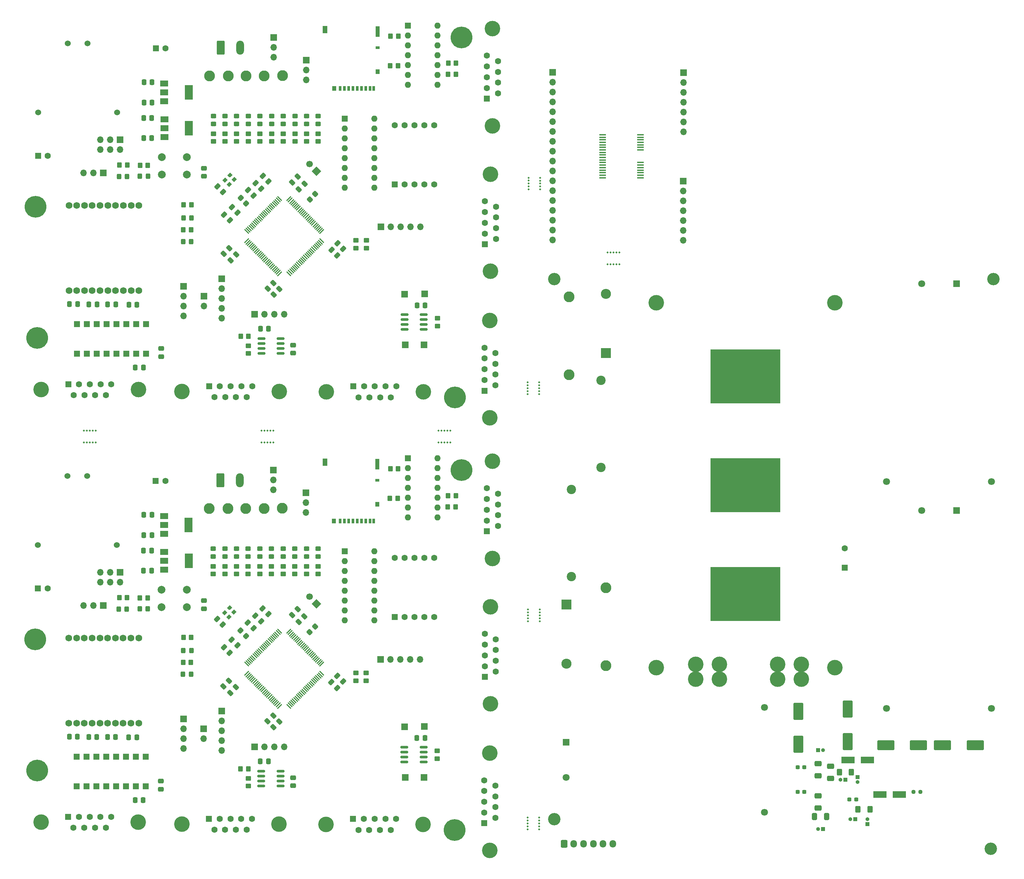
<source format=gbr>
%TF.GenerationSoftware,KiCad,Pcbnew,6.0.11-2627ca5db0~126~ubuntu20.04.1*%
%TF.CreationDate,2023-05-10T15:16:23+05:30*%
%TF.ProjectId,MVCU_COPY,4d564355-5f43-44f5-9059-2e6b69636164,rev?*%
%TF.SameCoordinates,Original*%
%TF.FileFunction,Soldermask,Top*%
%TF.FilePolarity,Negative*%
%FSLAX46Y46*%
G04 Gerber Fmt 4.6, Leading zero omitted, Abs format (unit mm)*
G04 Created by KiCad (PCBNEW 6.0.11-2627ca5db0~126~ubuntu20.04.1) date 2023-05-10 15:16:23*
%MOMM*%
%LPD*%
G01*
G04 APERTURE LIST*
G04 Aperture macros list*
%AMRoundRect*
0 Rectangle with rounded corners*
0 $1 Rounding radius*
0 $2 $3 $4 $5 $6 $7 $8 $9 X,Y pos of 4 corners*
0 Add a 4 corners polygon primitive as box body*
4,1,4,$2,$3,$4,$5,$6,$7,$8,$9,$2,$3,0*
0 Add four circle primitives for the rounded corners*
1,1,$1+$1,$2,$3*
1,1,$1+$1,$4,$5*
1,1,$1+$1,$6,$7*
1,1,$1+$1,$8,$9*
0 Add four rect primitives between the rounded corners*
20,1,$1+$1,$2,$3,$4,$5,0*
20,1,$1+$1,$4,$5,$6,$7,0*
20,1,$1+$1,$6,$7,$8,$9,0*
20,1,$1+$1,$8,$9,$2,$3,0*%
%AMHorizOval*
0 Thick line with rounded ends*
0 $1 width*
0 $2 $3 position (X,Y) of the first rounded end (center of the circle)*
0 $4 $5 position (X,Y) of the second rounded end (center of the circle)*
0 Add line between two ends*
20,1,$1,$2,$3,$4,$5,0*
0 Add two circle primitives to create the rounded ends*
1,1,$1,$2,$3*
1,1,$1,$4,$5*%
%AMRotRect*
0 Rectangle, with rotation*
0 The origin of the aperture is its center*
0 $1 length*
0 $2 width*
0 $3 Rotation angle, in degrees counterclockwise*
0 Add horizontal line*
21,1,$1,$2,0,0,$3*%
%AMOutline5P*
0 Free polygon, 5 corners , with rotation*
0 The origin of the aperture is its center*
0 number of corners: always 5*
0 $1 to $10 corner X, Y*
0 $11 Rotation angle, in degrees counterclockwise*
0 create outline with 5 corners*
4,1,5,$1,$2,$3,$4,$5,$6,$7,$8,$9,$10,$1,$2,$11*%
%AMOutline6P*
0 Free polygon, 6 corners , with rotation*
0 The origin of the aperture is its center*
0 number of corners: always 6*
0 $1 to $12 corner X, Y*
0 $13 Rotation angle, in degrees counterclockwise*
0 create outline with 6 corners*
4,1,6,$1,$2,$3,$4,$5,$6,$7,$8,$9,$10,$11,$12,$1,$2,$13*%
%AMOutline7P*
0 Free polygon, 7 corners , with rotation*
0 The origin of the aperture is its center*
0 number of corners: always 7*
0 $1 to $14 corner X, Y*
0 $15 Rotation angle, in degrees counterclockwise*
0 create outline with 7 corners*
4,1,7,$1,$2,$3,$4,$5,$6,$7,$8,$9,$10,$11,$12,$13,$14,$1,$2,$15*%
%AMOutline8P*
0 Free polygon, 8 corners , with rotation*
0 The origin of the aperture is its center*
0 number of corners: always 8*
0 $1 to $16 corner X, Y*
0 $17 Rotation angle, in degrees counterclockwise*
0 create outline with 8 corners*
4,1,8,$1,$2,$3,$4,$5,$6,$7,$8,$9,$10,$11,$12,$13,$14,$15,$16,$1,$2,$17*%
G04 Aperture macros list end*
%ADD10C,0.500000*%
%ADD11R,1.670000X0.450000*%
%ADD12O,1.700000X1.700000*%
%ADD13R,1.700000X1.700000*%
%ADD14R,1.000000X1.000000*%
%ADD15O,1.000000X1.000000*%
%ADD16R,1.600000X1.600000*%
%ADD17C,1.600000*%
%ADD18RoundRect,0.250000X-0.600000X-0.725000X0.600000X-0.725000X0.600000X0.725000X-0.600000X0.725000X0*%
%ADD19O,1.700000X1.950000*%
%ADD20RoundRect,0.250000X-0.412500X-0.650000X0.412500X-0.650000X0.412500X0.650000X-0.412500X0.650000X0*%
%ADD21C,3.200000*%
%ADD22RoundRect,0.250000X1.000000X-1.950000X1.000000X1.950000X-1.000000X1.950000X-1.000000X-1.950000X0*%
%ADD23RoundRect,0.250000X-0.400000X-0.625000X0.400000X-0.625000X0.400000X0.625000X-0.400000X0.625000X0*%
%ADD24RoundRect,0.237500X-0.300000X-0.237500X0.300000X-0.237500X0.300000X0.237500X-0.300000X0.237500X0*%
%ADD25RoundRect,0.250000X-1.950000X-1.000000X1.950000X-1.000000X1.950000X1.000000X-1.950000X1.000000X0*%
%ADD26R,1.800000X1.800000*%
%ADD27C,1.800000*%
%ADD28RoundRect,0.237500X-0.250000X-0.237500X0.250000X-0.237500X0.250000X0.237500X-0.250000X0.237500X0*%
%ADD29RoundRect,0.250000X0.650000X-0.412500X0.650000X0.412500X-0.650000X0.412500X-0.650000X-0.412500X0*%
%ADD30C,4.000000*%
%ADD31R,18.000000X14.000000*%
%ADD32C,2.400000*%
%ADD33R,3.500000X1.800000*%
%ADD34R,2.600000X2.600000*%
%ADD35O,2.600000X2.600000*%
%ADD36C,2.800000*%
%ADD37RoundRect,0.250000X-0.450000X0.325000X-0.450000X-0.325000X0.450000X-0.325000X0.450000X0.325000X0*%
%ADD38RoundRect,0.250000X-0.450000X0.350000X-0.450000X-0.350000X0.450000X-0.350000X0.450000X0.350000X0*%
%ADD39RoundRect,0.250000X0.325000X0.450000X-0.325000X0.450000X-0.325000X-0.450000X0.325000X-0.450000X0*%
%ADD40O,1.600000X1.600000*%
%ADD41RoundRect,0.250000X-0.070711X0.565685X-0.565685X0.070711X0.070711X-0.565685X0.565685X-0.070711X0*%
%ADD42RoundRect,0.250000X-0.337500X-0.475000X0.337500X-0.475000X0.337500X0.475000X-0.337500X0.475000X0*%
%ADD43RoundRect,0.250000X-0.350000X-0.450000X0.350000X-0.450000X0.350000X0.450000X-0.350000X0.450000X0*%
%ADD44RoundRect,0.250000X0.574524X0.097227X0.097227X0.574524X-0.574524X-0.097227X-0.097227X-0.574524X0*%
%ADD45RoundRect,0.250000X-0.325000X-0.450000X0.325000X-0.450000X0.325000X0.450000X-0.325000X0.450000X0*%
%ADD46C,5.600000*%
%ADD47RoundRect,0.250000X0.097227X-0.574524X0.574524X-0.097227X-0.097227X0.574524X-0.574524X0.097227X0*%
%ADD48RoundRect,0.250000X0.350000X0.450000X-0.350000X0.450000X-0.350000X-0.450000X0.350000X-0.450000X0*%
%ADD49RoundRect,0.250000X-0.097227X0.574524X-0.574524X0.097227X0.097227X-0.574524X0.574524X-0.097227X0*%
%ADD50R,2.000000X1.500000*%
%ADD51R,2.000000X3.800000*%
%ADD52C,1.727200*%
%ADD53RoundRect,0.250000X0.337500X0.475000X-0.337500X0.475000X-0.337500X-0.475000X0.337500X-0.475000X0*%
%ADD54RotRect,1.700000X1.700000X225.000000*%
%ADD55HorizOval,1.700000X0.000000X0.000000X0.000000X0.000000X0*%
%ADD56RoundRect,0.250000X0.475000X-0.337500X0.475000X0.337500X-0.475000X0.337500X-0.475000X-0.337500X0*%
%ADD57R,0.700000X1.200000*%
%ADD58R,1.000000X0.800000*%
%ADD59R,1.300000X1.900000*%
%ADD60R,1.000000X1.200000*%
%ADD61R,1.000000X2.800000*%
%ADD62RoundRect,0.250000X-0.574524X-0.097227X-0.097227X-0.574524X0.574524X0.097227X0.097227X0.574524X0*%
%ADD63RoundRect,0.250000X-0.750000X-1.550000X0.750000X-1.550000X0.750000X1.550000X-0.750000X1.550000X0*%
%ADD64O,2.000000X3.600000*%
%ADD65RoundRect,0.250000X0.565685X0.070711X0.070711X0.565685X-0.565685X-0.070711X-0.070711X-0.565685X0*%
%ADD66RoundRect,0.075000X-0.565685X0.459619X0.459619X-0.565685X0.565685X-0.459619X-0.459619X0.565685X0*%
%ADD67RoundRect,0.075000X-0.565685X-0.459619X-0.459619X-0.565685X0.565685X0.459619X0.459619X0.565685X0*%
%ADD68Outline5P,-0.500000X0.450000X0.230000X0.450000X0.500000X0.180000X0.500000X-0.450000X-0.500000X-0.450000X225.000000*%
%ADD69RotRect,1.000000X0.900000X225.000000*%
%ADD70RoundRect,0.250000X0.450000X-0.350000X0.450000X0.350000X-0.450000X0.350000X-0.450000X-0.350000X0*%
%ADD71RoundRect,0.150000X-0.825000X-0.150000X0.825000X-0.150000X0.825000X0.150000X-0.825000X0.150000X0*%
%ADD72C,1.524000*%
%ADD73RoundRect,0.150000X0.825000X0.150000X-0.825000X0.150000X-0.825000X-0.150000X0.825000X-0.150000X0*%
%ADD74C,2.000000*%
G04 APERTURE END LIST*
D10*
%TO.C,mouse-bite-3mm-slot*%
X187475000Y-34275000D03*
X188987000Y-31275000D03*
X186701000Y-31275000D03*
X188225000Y-31275000D03*
X188225000Y-34275000D03*
X188975000Y-34275000D03*
X187475000Y-31275000D03*
X189737000Y-31275000D03*
X186701000Y-34275000D03*
X189737000Y-34275000D03*
%TD*%
%TO.C,mouse-bite-3mm-slot*%
X169350000Y-14275000D03*
X166350000Y-12763000D03*
X166350000Y-15049000D03*
X166350000Y-13525000D03*
X169350000Y-13525000D03*
X169350000Y-12775000D03*
X166350000Y-14275000D03*
X166350000Y-12013000D03*
X169350000Y-15049000D03*
X169350000Y-12013000D03*
%TD*%
%TO.C,mouse-bite-3mm-slot*%
X169100000Y-66975000D03*
X166100000Y-65463000D03*
X166100000Y-67749000D03*
X166100000Y-66225000D03*
X169100000Y-66225000D03*
X169100000Y-65475000D03*
X166100000Y-66975000D03*
X166100000Y-64713000D03*
X169100000Y-67749000D03*
X169100000Y-64713000D03*
%TD*%
%TO.C,mouse-bite-3mm-slot*%
X169200000Y-125475000D03*
X166200000Y-123963000D03*
X166200000Y-126249000D03*
X166200000Y-124725000D03*
X169200000Y-124725000D03*
X169200000Y-123975000D03*
X166200000Y-125475000D03*
X166200000Y-123213000D03*
X169200000Y-126249000D03*
X169200000Y-123213000D03*
%TD*%
%TO.C,mouse-bite-3mm-slot*%
X169075000Y-179100000D03*
X166075000Y-177588000D03*
X166075000Y-179874000D03*
X166075000Y-178350000D03*
X169075000Y-178350000D03*
X169075000Y-177600000D03*
X166075000Y-179100000D03*
X166075000Y-176838000D03*
X169075000Y-179874000D03*
X169075000Y-176838000D03*
%TD*%
D11*
%TO.C,U1*%
X195167500Y-960000D03*
X195167500Y-1610000D03*
X195167500Y-2260000D03*
X195167500Y-2910000D03*
X195167500Y-3560000D03*
X195167500Y-4210000D03*
X195167500Y-4860000D03*
X195167500Y-8110000D03*
X195167500Y-8760000D03*
X195167500Y-9410000D03*
X195167500Y-10060000D03*
X195167500Y-10710000D03*
X195167500Y-11360000D03*
X195167500Y-12010000D03*
X185437500Y-12010000D03*
X185437500Y-11360000D03*
X185437500Y-10710000D03*
X185437500Y-10060000D03*
X185437500Y-9410000D03*
X185437500Y-8760000D03*
X185437500Y-8110000D03*
X185437500Y-7460000D03*
X185437500Y-6810000D03*
X185437500Y-6160000D03*
X185437500Y-5510000D03*
X185437500Y-4860000D03*
X185437500Y-4210000D03*
X185437500Y-3560000D03*
X185437500Y-2910000D03*
X185437500Y-2260000D03*
X185437500Y-1610000D03*
X185437500Y-960000D03*
%TD*%
D12*
%TO.C,J2*%
X206202500Y-155000D03*
X206202500Y2385000D03*
X206202500Y4925000D03*
X206202500Y7465000D03*
X206202500Y10005000D03*
X206202500Y12545000D03*
D13*
X206202500Y15085000D03*
%TD*%
D12*
%TO.C,J3*%
X206177500Y-28095000D03*
X206177500Y-25555000D03*
X206177500Y-23015000D03*
X206177500Y-20475000D03*
X206177500Y-17935000D03*
X206177500Y-15395000D03*
D13*
X206177500Y-12855000D03*
%TD*%
D12*
%TO.C,J1*%
X172547500Y-28090000D03*
X172547500Y-25550000D03*
X172547500Y-23010000D03*
X172547500Y-20470000D03*
X172547500Y-17930000D03*
X172547500Y-15390000D03*
X172547500Y-12850000D03*
X172547500Y-10310000D03*
X172547500Y-7770000D03*
X172547500Y-5230000D03*
X172547500Y-2690000D03*
X172547500Y-150000D03*
X172547500Y2390000D03*
X172547500Y4930000D03*
X172547500Y7470000D03*
X172547500Y10010000D03*
X172547500Y12550000D03*
D13*
X172547500Y15090000D03*
%TD*%
D14*
%TO.C,J5*%
X242165000Y-179740000D03*
D15*
X240895000Y-179740000D03*
%TD*%
D14*
%TO.C,J6*%
X253595000Y-178470000D03*
D15*
X253595000Y-177200000D03*
%TD*%
D14*
%TO.C,J4*%
X240895000Y-159420000D03*
D15*
X242165000Y-159420000D03*
%TD*%
D16*
%TO.C,C1*%
X247742651Y-112430000D03*
D17*
X247742651Y-107430000D03*
%TD*%
D14*
%TO.C,J3*%
X247880000Y-167040000D03*
D15*
X246610000Y-167040000D03*
%TD*%
D14*
%TO.C,J7*%
X251055000Y-166405000D03*
D15*
X251055000Y-167675000D03*
%TD*%
D14*
%TO.C,J1*%
X250420000Y-177200000D03*
D15*
X249150000Y-177200000D03*
%TD*%
D18*
%TO.C,J2*%
X175490000Y-183550000D03*
D19*
X177990000Y-183550000D03*
X180490000Y-183550000D03*
X182990000Y-183550000D03*
X185490000Y-183550000D03*
X187990000Y-183550000D03*
%TD*%
D20*
%TO.C,C3*%
X239967500Y-176565000D03*
X243092500Y-176565000D03*
%TD*%
D21*
%TO.C,H3*%
X172950000Y-177200000D03*
%TD*%
D22*
%TO.C,C6*%
X235815000Y-157905000D03*
X235815000Y-149505000D03*
%TD*%
D23*
%TO.C,R14*%
X246330000Y-165135000D03*
X249430000Y-165135000D03*
%TD*%
D24*
%TO.C,C5*%
X235587500Y-170215000D03*
X237312500Y-170215000D03*
%TD*%
D25*
%TO.C,C14*%
X272890000Y-158150000D03*
X281290000Y-158150000D03*
%TD*%
D24*
%TO.C,C4*%
X235587500Y-163865000D03*
X237312500Y-163865000D03*
%TD*%
%TO.C,C16*%
X248922500Y-172120000D03*
X250647500Y-172120000D03*
%TD*%
D21*
%TO.C,H2*%
X172950000Y-38135000D03*
%TD*%
D26*
%TO.C,PS2*%
X276510000Y-97725000D03*
D27*
X267510000Y-97725000D03*
X285510000Y-148725000D03*
X258510000Y-148725000D03*
%TD*%
D26*
%TO.C,PS1*%
X176025000Y-157460000D03*
D27*
X176025000Y-166460000D03*
X227025000Y-148460000D03*
X227025000Y-175460000D03*
%TD*%
D28*
%TO.C,R15*%
X265382500Y-170215000D03*
X267207500Y-170215000D03*
%TD*%
D29*
%TO.C,C12*%
X244070000Y-166697500D03*
X244070000Y-163572500D03*
%TD*%
%TO.C,C7*%
X240895000Y-166062500D03*
X240895000Y-162937500D03*
%TD*%
D22*
%TO.C,C2*%
X248515000Y-157270000D03*
X248515000Y-148870000D03*
%TD*%
D29*
%TO.C,C10*%
X240895000Y-174317500D03*
X240895000Y-171192500D03*
%TD*%
D30*
%TO.C,U3*%
X245160302Y-44200000D03*
X199160302Y-44200000D03*
X199160302Y-138200000D03*
X245160302Y-138200000D03*
D31*
X222160302Y-63200000D03*
X222160302Y-91200000D03*
X222160302Y-119200000D03*
D30*
X209333302Y-137353000D03*
X209333302Y-141163000D03*
X215429302Y-141163000D03*
X215429302Y-137353000D03*
X236511302Y-137353000D03*
X236511302Y-141163000D03*
X230415302Y-137353000D03*
X230415302Y-141163000D03*
%TD*%
D26*
%TO.C,PS3*%
X276510000Y-39305000D03*
D27*
X267510000Y-39305000D03*
X285510000Y-90305000D03*
X258510000Y-90305000D03*
%TD*%
D32*
%TO.C,C15*%
X185015000Y-64170000D03*
X185015000Y-86670000D03*
%TD*%
D25*
%TO.C,C11*%
X258285000Y-158150000D03*
X266685000Y-158150000D03*
%TD*%
D23*
%TO.C,R13*%
X251132500Y-174660000D03*
X254232500Y-174660000D03*
%TD*%
D33*
%TO.C,D4*%
X253555000Y-161960000D03*
X248555000Y-161960000D03*
%TD*%
%TO.C,D3*%
X256810000Y-170850000D03*
X261810000Y-170850000D03*
%TD*%
D32*
%TO.C,C13*%
X177395000Y-114790000D03*
X177395000Y-92290000D03*
%TD*%
D34*
%TO.C,D10*%
X186285000Y-57185000D03*
D35*
X186285000Y-41945000D03*
%TD*%
D34*
%TO.C,D9*%
X176125000Y-121955000D03*
D35*
X176125000Y-137195000D03*
%TD*%
D36*
%TO.C,R18*%
X176760000Y-62740000D03*
X176760000Y-42740000D03*
%TD*%
D21*
%TO.C,H1*%
X285980000Y-38135000D03*
%TD*%
D36*
%TO.C,R17*%
X186285000Y-117670000D03*
X186285000Y-137670000D03*
%TD*%
D21*
%TO.C,H4*%
X285345000Y-184820000D03*
%TD*%
D37*
%TO.C,D5*%
X100168000Y-107570000D03*
X100168000Y-109620000D03*
%TD*%
D38*
%TO.C,R17*%
X88168000Y-112095000D03*
X88168000Y-114095000D03*
%TD*%
D39*
%TO.C,D11*%
X68318000Y-123045000D03*
X66268000Y-123045000D03*
%TD*%
D16*
%TO.C,U1*%
X135264000Y-84289000D03*
D40*
X135264000Y-86829000D03*
X135264000Y-89369000D03*
X135264000Y-91909000D03*
X135264000Y-94449000D03*
X135264000Y-96989000D03*
X135264000Y-99529000D03*
X142884000Y-99529000D03*
X142884000Y-96989000D03*
X142884000Y-94449000D03*
X142884000Y-91909000D03*
X142884000Y-89369000D03*
X142884000Y-86829000D03*
X142884000Y-84289000D03*
%TD*%
D41*
%TO.C,R1*%
X111401107Y-127652893D03*
X109986893Y-129067107D03*
%TD*%
D16*
%TO.C,U14*%
X67854107Y-49757893D03*
X65314107Y-49757893D03*
X62774107Y-49757893D03*
X60234107Y-49757893D03*
X57694107Y-49757893D03*
X55154107Y-49757893D03*
X52614107Y-49757893D03*
X50074107Y-49757893D03*
X50074107Y-57377893D03*
X52614107Y-57377893D03*
X55154107Y-57377893D03*
X57694107Y-57377893D03*
X60234107Y-57377893D03*
X62774107Y-57377893D03*
X65314107Y-57377893D03*
X67854107Y-57377893D03*
%TD*%
D42*
%TO.C,C46*%
X63467500Y-44753000D03*
X65542500Y-44753000D03*
%TD*%
D30*
%TO.C,J33*%
X156384669Y-73831893D03*
X156384669Y-48831893D03*
D16*
X154964669Y-66871893D03*
D17*
X154964669Y-64101893D03*
X154964669Y-61331893D03*
X154964669Y-58561893D03*
X154964669Y-55791893D03*
X157804669Y-65486893D03*
X157804669Y-62716893D03*
X157804669Y-59946893D03*
X157804669Y-57176893D03*
%TD*%
D43*
%TO.C,R44*%
X66332000Y-8825000D03*
X68332000Y-8825000D03*
%TD*%
D44*
%TO.C,C13*%
X97494139Y-126253353D03*
X96026893Y-124786107D03*
%TD*%
D45*
%TO.C,D26*%
X60907000Y-11675000D03*
X62957000Y-11675000D03*
%TD*%
D36*
%TO.C,+Vin*%
X102947000Y-97118000D03*
%TD*%
D46*
%TO.C,H6*%
X39864107Y-53267893D03*
%TD*%
D43*
%TO.C,R5*%
X145564000Y-96814000D03*
X147564000Y-96814000D03*
%TD*%
D47*
%TO.C,C37*%
X99187160Y-40575000D03*
X100654406Y-39107754D03*
%TD*%
D48*
%TO.C,R29*%
X132703000Y16806000D03*
X130703000Y16806000D03*
%TD*%
D36*
%TO.C,-Vin*%
X98248000Y-97245000D03*
%TD*%
D16*
%TO.C,U19*%
X119037000Y3197500D03*
D40*
X119037000Y657500D03*
X119037000Y-1882500D03*
X119037000Y-4422500D03*
X119037000Y-6962500D03*
X119037000Y-9502500D03*
X119037000Y-12042500D03*
X119037000Y-14582500D03*
X126657000Y-14582500D03*
X126657000Y-12042500D03*
X126657000Y-9502500D03*
X126657000Y-6962500D03*
X126657000Y-4422500D03*
X126657000Y-1882500D03*
X126657000Y657500D03*
X126657000Y3197500D03*
%TD*%
D37*
%TO.C,D2*%
X109168000Y-107570000D03*
X109168000Y-109620000D03*
%TD*%
D42*
%TO.C,C49*%
X58006500Y-44675000D03*
X60081500Y-44675000D03*
%TD*%
D48*
%TO.C,R46*%
X63032000Y-8775000D03*
X61032000Y-8775000D03*
%TD*%
D30*
%TO.C,J6*%
X156499107Y-122551893D03*
X156499107Y-147551893D03*
D16*
X155079107Y-140591893D03*
D17*
X155079107Y-137821893D03*
X155079107Y-135051893D03*
X155079107Y-132281893D03*
X155079107Y-129511893D03*
X157919107Y-139206893D03*
X157919107Y-136436893D03*
X157919107Y-133666893D03*
X157919107Y-130896893D03*
%TD*%
D13*
%TO.C,J38*%
X61207000Y-2225000D03*
D12*
X61207000Y-4765000D03*
X58667000Y-2225000D03*
X58667000Y-4765000D03*
X56127000Y-2225000D03*
X56127000Y-4765000D03*
%TD*%
D38*
%TO.C,R12*%
X103168000Y-112095000D03*
X103168000Y-114095000D03*
%TD*%
D16*
%TO.C,C54*%
X70404349Y21325000D03*
D17*
X72904349Y21325000D03*
%TD*%
D13*
%TO.C,J35*%
X95857000Y-47175000D03*
D12*
X98397000Y-47175000D03*
X100937000Y-47175000D03*
X103477000Y-47175000D03*
%TD*%
D49*
%TO.C,C41*%
X91068623Y-31792377D03*
X89601377Y-33259623D03*
%TD*%
D43*
%TO.C,R19*%
X66293000Y-120245000D03*
X68293000Y-120245000D03*
%TD*%
D42*
%TO.C,C58*%
X48169500Y-44575000D03*
X50244500Y-44575000D03*
%TD*%
D48*
%TO.C,R48*%
X79549786Y-19000714D03*
X77549786Y-19000714D03*
%TD*%
D45*
%TO.C,D13*%
X77402000Y-139880500D03*
X79452000Y-139880500D03*
%TD*%
D49*
%TO.C,C6*%
X102139406Y-152051754D03*
X100672160Y-153519000D03*
%TD*%
D48*
%TO.C,R22*%
X79427000Y-136880500D03*
X77427000Y-136880500D03*
%TD*%
D50*
%TO.C,U15*%
X72607000Y3025000D03*
X72607000Y725000D03*
D51*
X78907000Y725000D03*
D50*
X72607000Y-1575000D03*
%TD*%
D13*
%TO.C,J31*%
X77557000Y-39975000D03*
D12*
X77557000Y-42515000D03*
X77557000Y-45055000D03*
X77557000Y-47595000D03*
%TD*%
D52*
%TO.C,U9*%
X47993660Y-152543200D03*
X49995180Y-152543200D03*
X51994160Y-152543200D03*
X53995680Y-152543200D03*
X55994660Y-152543200D03*
X57993640Y-152543200D03*
X59995160Y-152543200D03*
X61994140Y-152543200D03*
X63995660Y-152543200D03*
X65994640Y-152543200D03*
X65994640Y-130546800D03*
X63995660Y-130546800D03*
X61994140Y-130546800D03*
X59995160Y-130546800D03*
X57993640Y-130546800D03*
X55994660Y-130546800D03*
X53995680Y-130546800D03*
X51994160Y-130546800D03*
X49995180Y-130546800D03*
X47993660Y-130546800D03*
%TD*%
D37*
%TO.C,D22*%
X91207000Y3850000D03*
X91207000Y1800000D03*
%TD*%
D13*
%TO.C,J39*%
X56907000Y-10775000D03*
D12*
X54367000Y-10775000D03*
X51827000Y-10775000D03*
%TD*%
D38*
%TO.C,R11*%
X106168000Y-112095000D03*
X106168000Y-114095000D03*
%TD*%
D48*
%TO.C,R50*%
X94257000Y-52875000D03*
X92257000Y-52875000D03*
%TD*%
D13*
%TO.C,J41*%
X134609000Y-55040000D03*
%TD*%
D16*
%TO.C,U10*%
X131888000Y-125195000D03*
D17*
X134428000Y-125195000D03*
X136968000Y-125195000D03*
X139508000Y-125195000D03*
X142048000Y-125195000D03*
X142048000Y-109955000D03*
X139508000Y-109955000D03*
X136968000Y-109955000D03*
X134428000Y-109955000D03*
X131888000Y-109955000D03*
%TD*%
D53*
%TO.C,C26*%
X69405500Y-98845000D03*
X67330500Y-98845000D03*
%TD*%
D37*
%TO.C,D20*%
X97207000Y3850000D03*
X97207000Y1800000D03*
%TD*%
D38*
%TO.C,R18*%
X85168000Y-112095000D03*
X85168000Y-114095000D03*
%TD*%
D42*
%TO.C,C19*%
X57967500Y-156095000D03*
X60042500Y-156095000D03*
%TD*%
D53*
%TO.C,C23*%
X69405500Y-104045000D03*
X67330500Y-104045000D03*
%TD*%
D46*
%TO.C,H5*%
X147357000Y-68575000D03*
%TD*%
D42*
%TO.C,C25*%
X137594500Y-156294500D03*
X139669500Y-156294500D03*
%TD*%
D37*
%TO.C,D3*%
X106168000Y-107570000D03*
X106168000Y-109620000D03*
%TD*%
D53*
%TO.C,C48*%
X67201607Y-60867893D03*
X65126607Y-60867893D03*
%TD*%
D54*
%TO.C,J36*%
X111758562Y-10326562D03*
D55*
X109962511Y-8530511D03*
%TD*%
D30*
%TO.C,J26*%
X65904107Y-66607562D03*
X40904107Y-66607562D03*
D16*
X47864107Y-65187562D03*
D17*
X50634107Y-65187562D03*
X53404107Y-65187562D03*
X56174107Y-65187562D03*
X58944107Y-65187562D03*
X49249107Y-68027562D03*
X52019107Y-68027562D03*
X54789107Y-68027562D03*
X57559107Y-68027562D03*
%TD*%
D13*
%TO.C,J34*%
X128332000Y-24675000D03*
D12*
X130872000Y-24675000D03*
X133412000Y-24675000D03*
X135952000Y-24675000D03*
X138492000Y-24675000D03*
%TD*%
D48*
%TO.C,R27*%
X132803000Y24406000D03*
X130803000Y24406000D03*
%TD*%
D46*
%TO.C,H4*%
X149048000Y-87339000D03*
%TD*%
D44*
%TO.C,C10*%
X117054730Y-143436516D03*
X115587484Y-141969270D03*
%TD*%
D45*
%TO.C,D27*%
X77441000Y-28460500D03*
X79491000Y-28460500D03*
%TD*%
D46*
%TO.C,H2*%
X39825107Y-164687893D03*
%TD*%
D30*
%TO.C,J29*%
X77154107Y-67107562D03*
X102154107Y-67107562D03*
D16*
X84114107Y-65687562D03*
D17*
X86884107Y-65687562D03*
X89654107Y-65687562D03*
X92424107Y-65687562D03*
X95194107Y-65687562D03*
X85499107Y-68527562D03*
X88269107Y-68527562D03*
X91039107Y-68527562D03*
X93809107Y-68527562D03*
%TD*%
D37*
%TO.C,D23*%
X88207000Y3850000D03*
X88207000Y1800000D03*
%TD*%
D44*
%TO.C,C2*%
X99362623Y-124394623D03*
X97895377Y-122927377D03*
%TD*%
D37*
%TO.C,D21*%
X94207000Y3850000D03*
X94207000Y1800000D03*
%TD*%
D48*
%TO.C,R4*%
X132664000Y-94614000D03*
X130664000Y-94614000D03*
%TD*%
%TO.C,R2*%
X132764000Y-87014000D03*
X130764000Y-87014000D03*
%TD*%
D13*
%TO.C,J2*%
X87318000Y-149420000D03*
D12*
X87318000Y-151960000D03*
X87318000Y-154500000D03*
X87318000Y-157040000D03*
X87318000Y-159580000D03*
%TD*%
D30*
%TO.C,J7*%
X77115107Y-178527562D03*
X102115107Y-178527562D03*
D16*
X84075107Y-177107562D03*
D17*
X86845107Y-177107562D03*
X89615107Y-177107562D03*
X92385107Y-177107562D03*
X95155107Y-177107562D03*
X85460107Y-179947562D03*
X88230107Y-179947562D03*
X91000107Y-179947562D03*
X93770107Y-179947562D03*
%TD*%
D38*
%TO.C,R33*%
X124576000Y-28132000D03*
X124576000Y-30132000D03*
%TD*%
D37*
%TO.C,D6*%
X97168000Y-107570000D03*
X97168000Y-109620000D03*
%TD*%
D53*
%TO.C,C17*%
X69305500Y-113245000D03*
X67230500Y-113245000D03*
%TD*%
D50*
%TO.C,U6*%
X72518000Y-99145000D03*
X72518000Y-101445000D03*
D51*
X78818000Y-101445000D03*
D50*
X72518000Y-103745000D03*
%TD*%
D47*
%TO.C,C34*%
X107205377Y-15006623D03*
X108672623Y-13539377D03*
%TD*%
D39*
%TO.C,D25*%
X68357000Y-11625000D03*
X66307000Y-11625000D03*
%TD*%
D36*
%TO.C,3V1*%
X89016000Y14175000D03*
%TD*%
D38*
%TO.C,R7*%
X121870000Y-139552000D03*
X121870000Y-141552000D03*
%TD*%
%TO.C,R13*%
X100168000Y-112095000D03*
X100168000Y-114095000D03*
%TD*%
D10*
%TO.C,mouse-bite-3mm-slot*%
X97619000Y-80195000D03*
X97619000Y-77195000D03*
X99893000Y-80195000D03*
X100655000Y-77195000D03*
X99905000Y-77195000D03*
X98393000Y-77195000D03*
X99143000Y-80195000D03*
X100655000Y-80195000D03*
X99143000Y-77195000D03*
X98393000Y-80195000D03*
%TD*%
D37*
%TO.C,D15*%
X112207000Y3850000D03*
X112207000Y1800000D03*
%TD*%
D56*
%TO.C,C59*%
X105757000Y-57212500D03*
X105757000Y-55137500D03*
%TD*%
D30*
%TO.C,J11*%
X157018776Y-85051893D03*
X157018776Y-110051893D03*
D16*
X155598776Y-103091893D03*
D17*
X155598776Y-100321893D03*
X155598776Y-97551893D03*
X155598776Y-94781893D03*
X155598776Y-92011893D03*
X158438776Y-101706893D03*
X158438776Y-98936893D03*
X158438776Y-96166893D03*
X158438776Y-93396893D03*
%TD*%
D48*
%TO.C,R47*%
X79466000Y-25460500D03*
X77466000Y-25460500D03*
%TD*%
D49*
%TO.C,C44*%
X89290623Y-30141377D03*
X87823377Y-31608623D03*
%TD*%
D13*
%TO.C,J20*%
X134570000Y-166460000D03*
%TD*%
%TO.C,J13*%
X128293000Y-136095000D03*
D12*
X130833000Y-136095000D03*
X133373000Y-136095000D03*
X135913000Y-136095000D03*
X138453000Y-136095000D03*
%TD*%
D44*
%TO.C,C43*%
X97533139Y-14833353D03*
X96065893Y-13366107D03*
%TD*%
D16*
%TO.C,U3*%
X67815107Y-161177893D03*
X65275107Y-161177893D03*
X62735107Y-161177893D03*
X60195107Y-161177893D03*
X57655107Y-161177893D03*
X55115107Y-161177893D03*
X52575107Y-161177893D03*
X50035107Y-161177893D03*
X50035107Y-168797893D03*
X52575107Y-168797893D03*
X55115107Y-168797893D03*
X57655107Y-168797893D03*
X60195107Y-168797893D03*
X62735107Y-168797893D03*
X65275107Y-168797893D03*
X67815107Y-168797893D03*
%TD*%
D13*
%TO.C,J16*%
X100661000Y-87354000D03*
D12*
X100661000Y-89894000D03*
X100661000Y-92434000D03*
%TD*%
D53*
%TO.C,C56*%
X69444500Y12575000D03*
X67369500Y12575000D03*
%TD*%
D13*
%TO.C,J10*%
X77518000Y-151395000D03*
D12*
X77518000Y-153935000D03*
X77518000Y-156475000D03*
X77518000Y-159015000D03*
%TD*%
D37*
%TO.C,D18*%
X103207000Y3850000D03*
X103207000Y1800000D03*
%TD*%
D57*
%TO.C,J3*%
X117819000Y-100404000D03*
X118919000Y-100404000D03*
X120019000Y-100404000D03*
X121119000Y-100404000D03*
X122219000Y-100404000D03*
X123319000Y-100404000D03*
X124419000Y-100404000D03*
X125519000Y-100404000D03*
X126469000Y-100404000D03*
D58*
X127419000Y-89904000D03*
D59*
X113919000Y-85304000D03*
D60*
X116269000Y-100404000D03*
X127419000Y-96104000D03*
D61*
X127419000Y-85754000D03*
%TD*%
D47*
%TO.C,C7*%
X99148160Y-151995000D03*
X100615406Y-150527754D03*
%TD*%
D53*
%TO.C,C53*%
X69444500Y7375000D03*
X67369500Y7375000D03*
%TD*%
D30*
%TO.C,J12*%
X156345669Y-185251893D03*
X156345669Y-160251893D03*
D16*
X154925669Y-178291893D03*
D17*
X154925669Y-175521893D03*
X154925669Y-172751893D03*
X154925669Y-169981893D03*
X154925669Y-167211893D03*
X157765669Y-176906893D03*
X157765669Y-174136893D03*
X157765669Y-171366893D03*
X157765669Y-168596893D03*
%TD*%
D53*
%TO.C,C18*%
X67162607Y-172287893D03*
X65087607Y-172287893D03*
%TD*%
D41*
%TO.C,R26*%
X111440107Y-16232893D03*
X110025893Y-17647107D03*
%TD*%
D42*
%TO.C,C22*%
X53141500Y-156046000D03*
X55216500Y-156046000D03*
%TD*%
D13*
%TO.C,J21*%
X139550000Y-153350000D03*
%TD*%
D38*
%TO.C,R16*%
X91168000Y-112095000D03*
X91168000Y-114095000D03*
%TD*%
D37*
%TO.C,D9*%
X88168000Y-107570000D03*
X88168000Y-109620000D03*
%TD*%
D50*
%TO.C,U17*%
X72557000Y12275000D03*
X72557000Y9975000D03*
D51*
X78857000Y9975000D03*
D50*
X72557000Y7675000D03*
%TD*%
D42*
%TO.C,C16*%
X63428500Y-156173000D03*
X65503500Y-156173000D03*
%TD*%
D16*
%TO.C,U8*%
X118998000Y-108222500D03*
D40*
X118998000Y-110762500D03*
X118998000Y-113302500D03*
X118998000Y-115842500D03*
X118998000Y-118382500D03*
X118998000Y-120922500D03*
X118998000Y-123462500D03*
X118998000Y-126002500D03*
X126618000Y-126002500D03*
X126618000Y-123462500D03*
X126618000Y-120922500D03*
X126618000Y-118382500D03*
X126618000Y-115842500D03*
X126618000Y-113302500D03*
X126618000Y-110762500D03*
X126618000Y-108222500D03*
%TD*%
D46*
%TO.C,H3*%
X39368000Y-130895000D03*
%TD*%
D36*
%TO.C,+5V*%
X84151000Y-97245000D03*
%TD*%
D13*
%TO.C,J42*%
X139589000Y-41930000D03*
%TD*%
D62*
%TO.C,C35*%
X117150484Y-28898270D03*
X118617730Y-30365516D03*
%TD*%
D56*
%TO.C,C3*%
X82754000Y-123047500D03*
X82754000Y-120972500D03*
%TD*%
D50*
%TO.C,U4*%
X72568000Y-108395000D03*
X72568000Y-110695000D03*
D51*
X78868000Y-110695000D03*
D50*
X72568000Y-112995000D03*
%TD*%
D37*
%TO.C,D4*%
X103168000Y-107570000D03*
X103168000Y-109620000D03*
%TD*%
D42*
%TO.C,C52*%
X53180500Y-44626000D03*
X55255500Y-44626000D03*
%TD*%
D63*
%TO.C,J5*%
X87045107Y-89966500D03*
D64*
X92045107Y-89966500D03*
%TD*%
D30*
%TO.C,J32*%
X157057776Y1368107D03*
X157057776Y26368107D03*
D16*
X155637776Y8328107D03*
D17*
X155637776Y11098107D03*
X155637776Y13868107D03*
X155637776Y16638107D03*
X155637776Y19408107D03*
X158477776Y9713107D03*
X158477776Y12483107D03*
X158477776Y15253107D03*
X158477776Y18023107D03*
%TD*%
D63*
%TO.C,J27*%
X87084107Y21453500D03*
D64*
X92084107Y21453500D03*
%TD*%
D44*
%TO.C,C45*%
X89433516Y-22989730D03*
X87966270Y-21522484D03*
%TD*%
D65*
%TO.C,R28*%
X93660107Y-18663107D03*
X92245893Y-17248893D03*
%TD*%
D66*
%TO.C,U13*%
X102279703Y-17398208D03*
X101926150Y-17751761D03*
X101572596Y-18105315D03*
X101219043Y-18458868D03*
X100865490Y-18812421D03*
X100511936Y-19165975D03*
X100158383Y-19519528D03*
X99804829Y-19873082D03*
X99451276Y-20226635D03*
X99097723Y-20580188D03*
X98744169Y-20933742D03*
X98390616Y-21287295D03*
X98037062Y-21640848D03*
X97683509Y-21994402D03*
X97329956Y-22347955D03*
X96976402Y-22701509D03*
X96622849Y-23055062D03*
X96269296Y-23408615D03*
X95915742Y-23762169D03*
X95562189Y-24115722D03*
X95208635Y-24469276D03*
X94855082Y-24822829D03*
X94501529Y-25176382D03*
X94147975Y-25529936D03*
X93794422Y-25883489D03*
D67*
X93794422Y-28252297D03*
X94147975Y-28605850D03*
X94501529Y-28959404D03*
X94855082Y-29312957D03*
X95208635Y-29666510D03*
X95562189Y-30020064D03*
X95915742Y-30373617D03*
X96269296Y-30727171D03*
X96622849Y-31080724D03*
X96976402Y-31434277D03*
X97329956Y-31787831D03*
X97683509Y-32141384D03*
X98037062Y-32494938D03*
X98390616Y-32848491D03*
X98744169Y-33202044D03*
X99097723Y-33555598D03*
X99451276Y-33909151D03*
X99804829Y-34262704D03*
X100158383Y-34616258D03*
X100511936Y-34969811D03*
X100865490Y-35323365D03*
X101219043Y-35676918D03*
X101572596Y-36030471D03*
X101926150Y-36384025D03*
X102279703Y-36737578D03*
D66*
X104648511Y-36737578D03*
X105002064Y-36384025D03*
X105355618Y-36030471D03*
X105709171Y-35676918D03*
X106062724Y-35323365D03*
X106416278Y-34969811D03*
X106769831Y-34616258D03*
X107123385Y-34262704D03*
X107476938Y-33909151D03*
X107830491Y-33555598D03*
X108184045Y-33202044D03*
X108537598Y-32848491D03*
X108891152Y-32494938D03*
X109244705Y-32141384D03*
X109598258Y-31787831D03*
X109951812Y-31434277D03*
X110305365Y-31080724D03*
X110658918Y-30727171D03*
X111012472Y-30373617D03*
X111366025Y-30020064D03*
X111719579Y-29666510D03*
X112073132Y-29312957D03*
X112426685Y-28959404D03*
X112780239Y-28605850D03*
X113133792Y-28252297D03*
D67*
X113133792Y-25883489D03*
X112780239Y-25529936D03*
X112426685Y-25176382D03*
X112073132Y-24822829D03*
X111719579Y-24469276D03*
X111366025Y-24115722D03*
X111012472Y-23762169D03*
X110658918Y-23408615D03*
X110305365Y-23055062D03*
X109951812Y-22701509D03*
X109598258Y-22347955D03*
X109244705Y-21994402D03*
X108891152Y-21640848D03*
X108537598Y-21287295D03*
X108184045Y-20933742D03*
X107830491Y-20580188D03*
X107476938Y-20226635D03*
X107123385Y-19873082D03*
X106769831Y-19519528D03*
X106416278Y-19165975D03*
X106062724Y-18812421D03*
X105709171Y-18458868D03*
X105355618Y-18105315D03*
X105002064Y-17751761D03*
X104648511Y-17398208D03*
%TD*%
D62*
%TO.C,C8*%
X86184377Y-125661377D03*
X87651623Y-127128623D03*
%TD*%
D44*
%TO.C,C1*%
X95552623Y-128077623D03*
X94085377Y-126610377D03*
%TD*%
D49*
%TO.C,C14*%
X89251623Y-141561377D03*
X87784377Y-143028623D03*
%TD*%
D68*
%TO.C,Y2*%
X89445388Y-11355996D03*
D69*
X88172596Y-12628788D03*
X89268612Y-13724803D03*
X90541404Y-12444940D03*
%TD*%
D13*
%TO.C,J17*%
X61168000Y-113645000D03*
D12*
X61168000Y-116185000D03*
X58628000Y-113645000D03*
X58628000Y-116185000D03*
X56088000Y-113645000D03*
X56088000Y-116185000D03*
%TD*%
D70*
%TO.C,R49*%
X94257000Y-57275000D03*
X94257000Y-55275000D03*
%TD*%
D38*
%TO.C,R20*%
X142825000Y-159618000D03*
X142825000Y-161618000D03*
%TD*%
D56*
%TO.C,C21*%
X71705000Y-169508000D03*
X71705000Y-167433000D03*
%TD*%
D49*
%TO.C,C11*%
X91029623Y-143212377D03*
X89562377Y-144679623D03*
%TD*%
D13*
%TO.C,J22*%
X139396000Y-166460000D03*
%TD*%
D43*
%TO.C,R31*%
X145653000Y17506000D03*
X147653000Y17506000D03*
%TD*%
D37*
%TO.C,D1*%
X112168000Y-107570000D03*
X112168000Y-109620000D03*
%TD*%
D16*
%TO.C,U21*%
X131927000Y-13775000D03*
D17*
X134467000Y-13775000D03*
X137007000Y-13775000D03*
X139547000Y-13775000D03*
X142087000Y-13775000D03*
X142087000Y1465000D03*
X139547000Y1465000D03*
X137007000Y1465000D03*
X134467000Y1465000D03*
X131927000Y1465000D03*
%TD*%
D44*
%TO.C,C40*%
X117093730Y-32016516D03*
X115626484Y-30549270D03*
%TD*%
D42*
%TO.C,C28*%
X48130500Y-155995000D03*
X50205500Y-155995000D03*
%TD*%
D38*
%TO.C,R38*%
X100207000Y-675000D03*
X100207000Y-2675000D03*
%TD*%
D62*
%TO.C,C5*%
X117111484Y-140318270D03*
X118578730Y-141785516D03*
%TD*%
%TO.C,C38*%
X86223377Y-14241377D03*
X87690623Y-15708623D03*
%TD*%
D30*
%TO.C,J4*%
X40865107Y-178027562D03*
X65865107Y-178027562D03*
D16*
X47825107Y-176607562D03*
D17*
X50595107Y-176607562D03*
X53365107Y-176607562D03*
X56135107Y-176607562D03*
X58905107Y-176607562D03*
X49210107Y-179447562D03*
X51980107Y-179447562D03*
X54750107Y-179447562D03*
X57520107Y-179447562D03*
%TD*%
D13*
%TO.C,J14*%
X95818000Y-158595000D03*
D12*
X98358000Y-158595000D03*
X100898000Y-158595000D03*
X103438000Y-158595000D03*
%TD*%
D48*
%TO.C,R25*%
X94218000Y-164295000D03*
X92218000Y-164295000D03*
%TD*%
D44*
%TO.C,C39*%
X91437139Y-21056353D03*
X89969893Y-19589107D03*
%TD*%
D45*
%TO.C,D12*%
X60868000Y-123095000D03*
X62918000Y-123095000D03*
%TD*%
D38*
%TO.C,R40*%
X94207000Y-675000D03*
X94207000Y-2675000D03*
%TD*%
D46*
%TO.C,H1*%
X147318000Y-179995000D03*
%TD*%
D13*
%TO.C,J18*%
X56868000Y-122195000D03*
D12*
X54328000Y-122195000D03*
X51788000Y-122195000D03*
%TD*%
D10*
%TO.C,mouse-bite-3mm-slot*%
X143169000Y-80195000D03*
X143169000Y-77195000D03*
X145443000Y-80195000D03*
X146205000Y-77195000D03*
X145455000Y-77195000D03*
X143943000Y-77195000D03*
X144693000Y-80195000D03*
X146205000Y-80195000D03*
X144693000Y-77195000D03*
X143943000Y-80195000D03*
%TD*%
D36*
%TO.C,GND1*%
X93588000Y14175000D03*
%TD*%
%TO.C,3V3*%
X88977000Y-97245000D03*
%TD*%
D52*
%TO.C,U20*%
X48032660Y-41123200D03*
X50034180Y-41123200D03*
X52033160Y-41123200D03*
X54034680Y-41123200D03*
X56033660Y-41123200D03*
X58032640Y-41123200D03*
X60034160Y-41123200D03*
X62033140Y-41123200D03*
X64034660Y-41123200D03*
X66033640Y-41123200D03*
X66033640Y-19126800D03*
X64034660Y-19126800D03*
X62033140Y-19126800D03*
X60034160Y-19126800D03*
X58032640Y-19126800D03*
X56033660Y-19126800D03*
X54034680Y-19126800D03*
X52033160Y-19126800D03*
X50034180Y-19126800D03*
X48032660Y-19126800D03*
%TD*%
D46*
%TO.C,H7*%
X39407000Y-19475000D03*
%TD*%
D10*
%TO.C,mouse-bite-3mm-slot*%
X51869000Y-80195000D03*
X51869000Y-77195000D03*
X54143000Y-80195000D03*
X54905000Y-77195000D03*
X54155000Y-77195000D03*
X52643000Y-77195000D03*
X53393000Y-80195000D03*
X54905000Y-80195000D03*
X53393000Y-77195000D03*
X52643000Y-80195000D03*
%TD*%
D71*
%TO.C,U16*%
X134420000Y-47293000D03*
X134420000Y-48563000D03*
X134420000Y-49833000D03*
X134420000Y-51103000D03*
X139370000Y-51103000D03*
X139370000Y-49833000D03*
X139370000Y-48563000D03*
X139370000Y-47293000D03*
%TD*%
D53*
%TO.C,C20*%
X69305500Y-108095000D03*
X67230500Y-108095000D03*
%TD*%
D37*
%TO.C,D16*%
X109207000Y3850000D03*
X109207000Y1800000D03*
%TD*%
D65*
%TO.C,R3*%
X93621107Y-130083107D03*
X92206893Y-128668893D03*
%TD*%
D16*
%TO.C,U12*%
X135303000Y27131000D03*
D40*
X135303000Y24591000D03*
X135303000Y22051000D03*
X135303000Y19511000D03*
X135303000Y16971000D03*
X135303000Y14431000D03*
X135303000Y11891000D03*
X142923000Y11891000D03*
X142923000Y14431000D03*
X142923000Y16971000D03*
X142923000Y19511000D03*
X142923000Y22051000D03*
X142923000Y24591000D03*
X142923000Y27131000D03*
%TD*%
D72*
%TO.C,U18*%
X52804107Y22611107D03*
X47724107Y22611107D03*
X40104107Y4831107D03*
X60424107Y4831107D03*
%TD*%
D38*
%TO.C,R9*%
X112168000Y-112095000D03*
X112168000Y-114095000D03*
%TD*%
D42*
%TO.C,C55*%
X137633500Y-44874500D03*
X139708500Y-44874500D03*
%TD*%
D38*
%TO.C,R14*%
X97168000Y-112095000D03*
X97168000Y-114095000D03*
%TD*%
%TO.C,R37*%
X103207000Y-675000D03*
X103207000Y-2675000D03*
%TD*%
D44*
%TO.C,C31*%
X95591623Y-16657623D03*
X94124377Y-15190377D03*
%TD*%
D30*
%TO.C,J8*%
X139215107Y-178577562D03*
X114215107Y-178577562D03*
D16*
X121175107Y-177157562D03*
D17*
X123945107Y-177157562D03*
X126715107Y-177157562D03*
X129485107Y-177157562D03*
X132255107Y-177157562D03*
X122560107Y-179997562D03*
X125330107Y-179997562D03*
X128100107Y-179997562D03*
X130870107Y-179997562D03*
%TD*%
D37*
%TO.C,D10*%
X85168000Y-107570000D03*
X85168000Y-109620000D03*
%TD*%
D38*
%TO.C,R8*%
X124537000Y-139552000D03*
X124537000Y-141552000D03*
%TD*%
D36*
%TO.C,+5V1*%
X84190000Y14175000D03*
%TD*%
D68*
%TO.C,Y1*%
X89406388Y-122775996D03*
D69*
X88133596Y-124048788D03*
X89229612Y-125144803D03*
X90502404Y-123864940D03*
%TD*%
D37*
%TO.C,D17*%
X106207000Y3850000D03*
X106207000Y1800000D03*
%TD*%
D53*
%TO.C,C60*%
X99394500Y-50875000D03*
X97319500Y-50875000D03*
%TD*%
D38*
%TO.C,R41*%
X91207000Y-675000D03*
X91207000Y-2675000D03*
%TD*%
D45*
%TO.C,D14*%
X77485786Y-133820714D03*
X79535786Y-133820714D03*
%TD*%
D47*
%TO.C,C42*%
X105473754Y-13200246D03*
X106941000Y-11733000D03*
%TD*%
D36*
%TO.C,-Vin1*%
X98287000Y14175000D03*
%TD*%
D66*
%TO.C,U2*%
X102240703Y-128818208D03*
X101887150Y-129171761D03*
X101533596Y-129525315D03*
X101180043Y-129878868D03*
X100826490Y-130232421D03*
X100472936Y-130585975D03*
X100119383Y-130939528D03*
X99765829Y-131293082D03*
X99412276Y-131646635D03*
X99058723Y-132000188D03*
X98705169Y-132353742D03*
X98351616Y-132707295D03*
X97998062Y-133060848D03*
X97644509Y-133414402D03*
X97290956Y-133767955D03*
X96937402Y-134121509D03*
X96583849Y-134475062D03*
X96230296Y-134828615D03*
X95876742Y-135182169D03*
X95523189Y-135535722D03*
X95169635Y-135889276D03*
X94816082Y-136242829D03*
X94462529Y-136596382D03*
X94108975Y-136949936D03*
X93755422Y-137303489D03*
D67*
X93755422Y-139672297D03*
X94108975Y-140025850D03*
X94462529Y-140379404D03*
X94816082Y-140732957D03*
X95169635Y-141086510D03*
X95523189Y-141440064D03*
X95876742Y-141793617D03*
X96230296Y-142147171D03*
X96583849Y-142500724D03*
X96937402Y-142854277D03*
X97290956Y-143207831D03*
X97644509Y-143561384D03*
X97998062Y-143914938D03*
X98351616Y-144268491D03*
X98705169Y-144622044D03*
X99058723Y-144975598D03*
X99412276Y-145329151D03*
X99765829Y-145682704D03*
X100119383Y-146036258D03*
X100472936Y-146389811D03*
X100826490Y-146743365D03*
X101180043Y-147096918D03*
X101533596Y-147450471D03*
X101887150Y-147804025D03*
X102240703Y-148157578D03*
D66*
X104609511Y-148157578D03*
X104963064Y-147804025D03*
X105316618Y-147450471D03*
X105670171Y-147096918D03*
X106023724Y-146743365D03*
X106377278Y-146389811D03*
X106730831Y-146036258D03*
X107084385Y-145682704D03*
X107437938Y-145329151D03*
X107791491Y-144975598D03*
X108145045Y-144622044D03*
X108498598Y-144268491D03*
X108852152Y-143914938D03*
X109205705Y-143561384D03*
X109559258Y-143207831D03*
X109912812Y-142854277D03*
X110266365Y-142500724D03*
X110619918Y-142147171D03*
X110973472Y-141793617D03*
X111327025Y-141440064D03*
X111680579Y-141086510D03*
X112034132Y-140732957D03*
X112387685Y-140379404D03*
X112741239Y-140025850D03*
X113094792Y-139672297D03*
D67*
X113094792Y-137303489D03*
X112741239Y-136949936D03*
X112387685Y-136596382D03*
X112034132Y-136242829D03*
X111680579Y-135889276D03*
X111327025Y-135535722D03*
X110973472Y-135182169D03*
X110619918Y-134828615D03*
X110266365Y-134475062D03*
X109912812Y-134121509D03*
X109559258Y-133767955D03*
X109205705Y-133414402D03*
X108852152Y-133060848D03*
X108498598Y-132707295D03*
X108145045Y-132353742D03*
X107791491Y-132000188D03*
X107437938Y-131646635D03*
X107084385Y-131293082D03*
X106730831Y-130939528D03*
X106377278Y-130585975D03*
X106023724Y-130232421D03*
X105670171Y-129878868D03*
X105316618Y-129525315D03*
X104963064Y-129171761D03*
X104609511Y-128818208D03*
%TD*%
D13*
%TO.C,J40*%
X134439000Y-42005000D03*
%TD*%
D44*
%TO.C,C15*%
X89394516Y-134409730D03*
X87927270Y-132942484D03*
%TD*%
D38*
%TO.C,R42*%
X88207000Y-675000D03*
X88207000Y-2675000D03*
%TD*%
D53*
%TO.C,C50*%
X69344500Y3325000D03*
X67269500Y3325000D03*
%TD*%
D73*
%TO.C,U22*%
X102532000Y-57280000D03*
X102532000Y-56010000D03*
X102532000Y-54740000D03*
X102532000Y-53470000D03*
X97582000Y-53470000D03*
X97582000Y-54740000D03*
X97582000Y-56010000D03*
X97582000Y-57280000D03*
%TD*%
D13*
%TO.C,J9*%
X109082000Y18250000D03*
D12*
X109082000Y15710000D03*
X109082000Y13170000D03*
%TD*%
D38*
%TO.C,R39*%
X97207000Y-675000D03*
X97207000Y-2675000D03*
%TD*%
D74*
%TO.C,SW1*%
X78375107Y-118137893D03*
X71875107Y-118137893D03*
X78375107Y-122637893D03*
X71875107Y-122637893D03*
%TD*%
D37*
%TO.C,D19*%
X100207000Y3850000D03*
X100207000Y1800000D03*
%TD*%
D38*
%TO.C,R15*%
X94168000Y-112095000D03*
X94168000Y-114095000D03*
%TD*%
D13*
%TO.C,J19*%
X134400000Y-153425000D03*
%TD*%
D43*
%TO.C,R30*%
X145603000Y14606000D03*
X147603000Y14606000D03*
%TD*%
D16*
%TO.C,C27*%
X40065349Y-117795000D03*
D17*
X42565349Y-117795000D03*
%TD*%
D48*
%TO.C,R21*%
X62993000Y-120195000D03*
X60993000Y-120195000D03*
%TD*%
D54*
%TO.C,J15*%
X111719562Y-121746562D03*
D55*
X109923511Y-119950511D03*
%TD*%
D44*
%TO.C,C9*%
X91398139Y-132476353D03*
X89930893Y-131009107D03*
%TD*%
D16*
%TO.C,C57*%
X40104349Y-6375000D03*
D17*
X42604349Y-6375000D03*
%TD*%
D38*
%TO.C,R10*%
X109168000Y-112095000D03*
X109168000Y-114095000D03*
%TD*%
D72*
%TO.C,U7*%
X52765107Y-88808893D03*
X47685107Y-88808893D03*
X40065107Y-106588893D03*
X60385107Y-106588893D03*
%TD*%
D71*
%TO.C,U5*%
X134381000Y-158713000D03*
X134381000Y-159983000D03*
X134381000Y-161253000D03*
X134381000Y-162523000D03*
X139331000Y-162523000D03*
X139331000Y-161253000D03*
X139331000Y-159983000D03*
X139331000Y-158713000D03*
%TD*%
D38*
%TO.C,R34*%
X112207000Y-675000D03*
X112207000Y-2675000D03*
%TD*%
D73*
%TO.C,U11*%
X102493000Y-168700000D03*
X102493000Y-167430000D03*
X102493000Y-166160000D03*
X102493000Y-164890000D03*
X97543000Y-164890000D03*
X97543000Y-166160000D03*
X97543000Y-167430000D03*
X97543000Y-168700000D03*
%TD*%
D49*
%TO.C,C36*%
X102178406Y-40631754D03*
X100711160Y-42099000D03*
%TD*%
D37*
%TO.C,D24*%
X85207000Y3850000D03*
X85207000Y1800000D03*
%TD*%
D47*
%TO.C,C12*%
X105434754Y-124620246D03*
X106902000Y-123153000D03*
%TD*%
D38*
%TO.C,R43*%
X85207000Y-675000D03*
X85207000Y-2675000D03*
%TD*%
D43*
%TO.C,R6*%
X145614000Y-93914000D03*
X147614000Y-93914000D03*
%TD*%
D13*
%TO.C,J44*%
X82757000Y-42540000D03*
D12*
X82757000Y-45080000D03*
%TD*%
D53*
%TO.C,C30*%
X99355500Y-162295000D03*
X97280500Y-162295000D03*
%TD*%
D36*
%TO.C,GND*%
X93549000Y-97245000D03*
%TD*%
D13*
%TO.C,J1*%
X109043000Y-93170000D03*
D12*
X109043000Y-95710000D03*
X109043000Y-98250000D03*
%TD*%
D30*
%TO.C,J30*%
X139254107Y-67157562D03*
X114254107Y-67157562D03*
D16*
X121214107Y-65737562D03*
D17*
X123984107Y-65737562D03*
X126754107Y-65737562D03*
X129524107Y-65737562D03*
X132294107Y-65737562D03*
X122599107Y-68577562D03*
X125369107Y-68577562D03*
X128139107Y-68577562D03*
X130909107Y-68577562D03*
%TD*%
D30*
%TO.C,J28*%
X156538107Y-11131893D03*
X156538107Y-36131893D03*
D16*
X155118107Y-29171893D03*
D17*
X155118107Y-26401893D03*
X155118107Y-23631893D03*
X155118107Y-20861893D03*
X155118107Y-18091893D03*
X157958107Y-27786893D03*
X157958107Y-25016893D03*
X157958107Y-22246893D03*
X157958107Y-19476893D03*
%TD*%
D38*
%TO.C,R32*%
X121909000Y-28132000D03*
X121909000Y-30132000D03*
%TD*%
D56*
%TO.C,C51*%
X71744000Y-58088000D03*
X71744000Y-56013000D03*
%TD*%
D48*
%TO.C,R23*%
X79510786Y-130420714D03*
X77510786Y-130420714D03*
%TD*%
D45*
%TO.C,D28*%
X77524786Y-22400714D03*
X79574786Y-22400714D03*
%TD*%
D70*
%TO.C,R24*%
X94218000Y-168695000D03*
X94218000Y-166695000D03*
%TD*%
D16*
%TO.C,C24*%
X70365349Y-90095000D03*
D17*
X72865349Y-90095000D03*
%TD*%
D56*
%TO.C,C33*%
X82793000Y-11627500D03*
X82793000Y-9552500D03*
%TD*%
D44*
%TO.C,C32*%
X99401623Y-12974623D03*
X97934377Y-11507377D03*
%TD*%
D37*
%TO.C,D8*%
X91168000Y-107570000D03*
X91168000Y-109620000D03*
%TD*%
D13*
%TO.C,J37*%
X100700000Y24066000D03*
D12*
X100700000Y21526000D03*
X100700000Y18986000D03*
%TD*%
D37*
%TO.C,D7*%
X94168000Y-107570000D03*
X94168000Y-109620000D03*
%TD*%
D56*
%TO.C,C29*%
X105718000Y-168632500D03*
X105718000Y-166557500D03*
%TD*%
D46*
%TO.C,H8*%
X149087000Y24081000D03*
%TD*%
D74*
%TO.C,SW2*%
X71914107Y-6717893D03*
X78414107Y-6717893D03*
X71914107Y-11217893D03*
X78414107Y-11217893D03*
%TD*%
D57*
%TO.C,J25*%
X117858000Y11016000D03*
X118958000Y11016000D03*
X120058000Y11016000D03*
X121158000Y11016000D03*
X122258000Y11016000D03*
X123358000Y11016000D03*
X124458000Y11016000D03*
X125558000Y11016000D03*
X126508000Y11016000D03*
D58*
X127458000Y21516000D03*
D61*
X127458000Y25666000D03*
D60*
X116308000Y11016000D03*
D59*
X113958000Y26116000D03*
D60*
X127458000Y15316000D03*
%TD*%
D38*
%TO.C,R45*%
X142864000Y-48198000D03*
X142864000Y-50198000D03*
%TD*%
D13*
%TO.C,J24*%
X87357000Y-38000000D03*
D12*
X87357000Y-40540000D03*
X87357000Y-43080000D03*
X87357000Y-45620000D03*
X87357000Y-48160000D03*
%TD*%
D13*
%TO.C,J43*%
X139435000Y-55040000D03*
%TD*%
D47*
%TO.C,C4*%
X107166377Y-126426623D03*
X108633623Y-124959377D03*
%TD*%
D13*
%TO.C,J23*%
X82718000Y-153960000D03*
D12*
X82718000Y-156500000D03*
%TD*%
D38*
%TO.C,R36*%
X106207000Y-675000D03*
X106207000Y-2675000D03*
%TD*%
%TO.C,R35*%
X109207000Y-675000D03*
X109207000Y-2675000D03*
%TD*%
D53*
%TO.C,C47*%
X69344500Y-1825000D03*
X67269500Y-1825000D03*
%TD*%
D36*
%TO.C,+Vin1*%
X102986000Y14302000D03*
%TD*%
M02*

</source>
